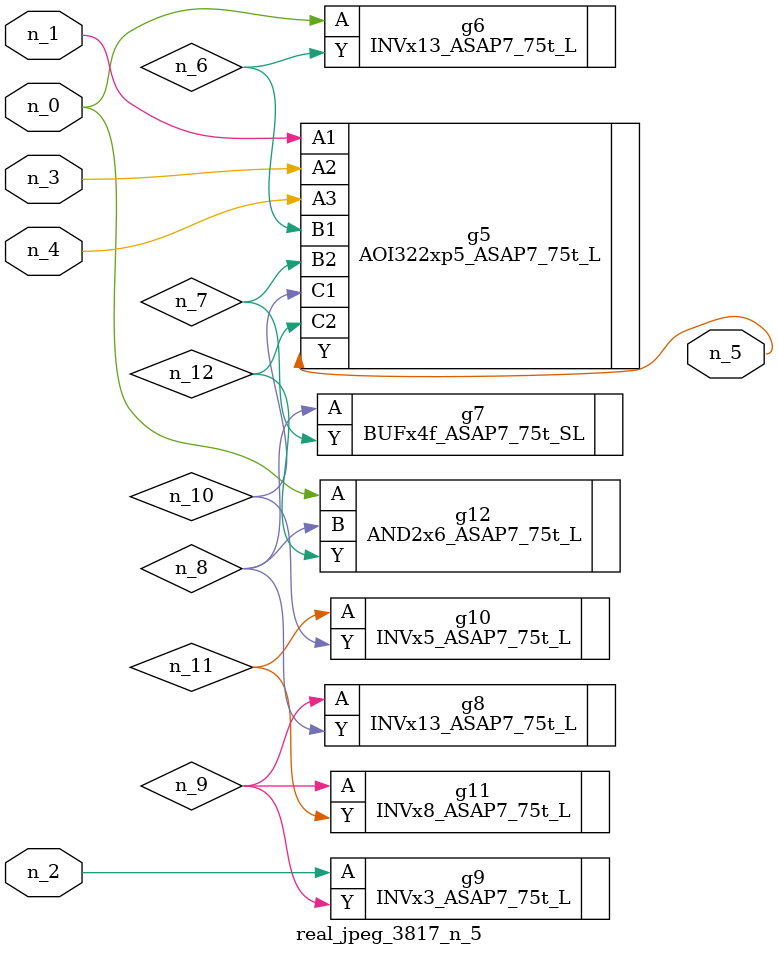
<source format=v>
module real_jpeg_3817_n_5 (n_4, n_0, n_1, n_2, n_3, n_5);

input n_4;
input n_0;
input n_1;
input n_2;
input n_3;

output n_5;

wire n_12;
wire n_8;
wire n_11;
wire n_6;
wire n_7;
wire n_10;
wire n_9;

INVx13_ASAP7_75t_L g6 ( 
.A(n_0),
.Y(n_6)
);

AND2x6_ASAP7_75t_L g12 ( 
.A(n_0),
.B(n_8),
.Y(n_12)
);

AOI322xp5_ASAP7_75t_L g5 ( 
.A1(n_1),
.A2(n_3),
.A3(n_4),
.B1(n_6),
.B2(n_7),
.C1(n_10),
.C2(n_12),
.Y(n_5)
);

INVx3_ASAP7_75t_L g9 ( 
.A(n_2),
.Y(n_9)
);

BUFx4f_ASAP7_75t_SL g7 ( 
.A(n_8),
.Y(n_7)
);

INVx13_ASAP7_75t_L g8 ( 
.A(n_9),
.Y(n_8)
);

INVx8_ASAP7_75t_L g11 ( 
.A(n_9),
.Y(n_11)
);

INVx5_ASAP7_75t_L g10 ( 
.A(n_11),
.Y(n_10)
);


endmodule
</source>
